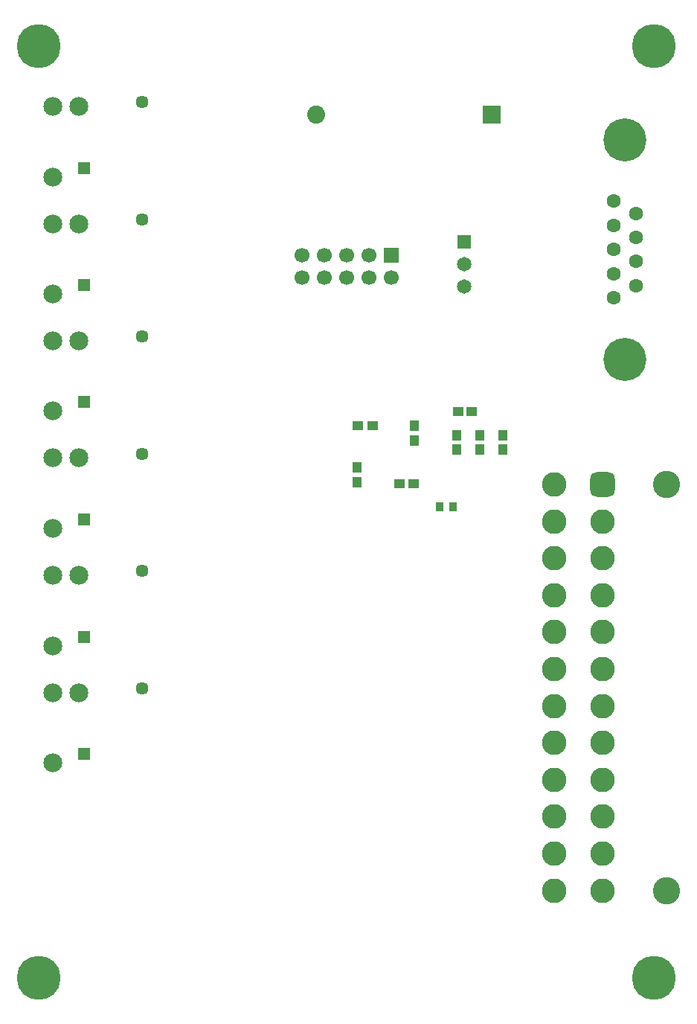
<source format=gbr>
%TF.GenerationSoftware,Altium Limited,Altium Designer,25.8.1 (18)*%
G04 Layer_Color=16711935*
%FSLAX45Y45*%
%MOMM*%
%TF.SameCoordinates,031978D1-9D18-463A-8735-F8186BF7E524*%
%TF.FilePolarity,Negative*%
%TF.FileFunction,Soldermask,Bot*%
%TF.Part,Single*%
G01*
G75*
%TA.AperFunction,SMDPad,CuDef*%
%ADD21R,1.15814X1.01213*%
%ADD30R,1.01213X1.15814*%
%ADD40R,1.30606X1.05822*%
%TA.AperFunction,ComponentPad*%
%ADD53C,1.45000*%
%ADD54C,2.15000*%
%ADD55R,1.45000X1.45000*%
%ADD63C,1.60000*%
%TA.AperFunction,ViaPad*%
%ADD69C,5.00000*%
%TA.AperFunction,SMDPad,CuDef*%
G04:AMPARAMS|DCode=82|XSize=0.9mm|YSize=1.1mm|CornerRadius=0.15mm|HoleSize=0mm|Usage=FLASHONLY|Rotation=180.000|XOffset=0mm|YOffset=0mm|HoleType=Round|Shape=RoundedRectangle|*
%AMROUNDEDRECTD82*
21,1,0.90000,0.80000,0,0,180.0*
21,1,0.60000,1.10000,0,0,180.0*
1,1,0.30000,-0.30000,0.40000*
1,1,0.30000,0.30000,0.40000*
1,1,0.30000,0.30000,-0.40000*
1,1,0.30000,-0.30000,-0.40000*
%
%ADD82ROUNDEDRECTD82*%
%TA.AperFunction,ComponentPad*%
%ADD101C,2.80000*%
G04:AMPARAMS|DCode=102|XSize=2.8mm|YSize=2.8mm|CornerRadius=0.725mm|HoleSize=0mm|Usage=FLASHONLY|Rotation=90.000|XOffset=0mm|YOffset=0mm|HoleType=Round|Shape=RoundedRectangle|*
%AMROUNDEDRECTD102*
21,1,2.80000,1.35000,0,0,90.0*
21,1,1.35000,2.80000,0,0,90.0*
1,1,1.45000,0.67500,0.67500*
1,1,1.45000,0.67500,-0.67500*
1,1,1.45000,-0.67500,-0.67500*
1,1,1.45000,-0.67500,0.67500*
%
%ADD102ROUNDEDRECTD102*%
%ADD103C,3.10000*%
%ADD104C,4.90000*%
%ADD105R,1.65000X1.65000*%
%ADD106C,2.05000*%
%ADD107C,1.70000*%
%ADD108C,1.65000*%
%ADD109R,1.70000X1.70000*%
%ADD110R,2.05000X2.05000*%
D21*
X4714606Y6191210D02*
D03*
X4409411Y6849405D02*
D03*
X4880004Y6191210D02*
D03*
X4244012Y6849405D02*
D03*
D30*
X5890047Y6577576D02*
D03*
X5370047Y6577578D02*
D03*
X5630046Y6577577D02*
D03*
X4890039Y6683078D02*
D03*
X4231845Y6371783D02*
D03*
X5630046Y6742976D02*
D03*
X5890047Y6742975D02*
D03*
X5370047Y6742977D02*
D03*
X4890039Y6848476D02*
D03*
X4231845Y6206384D02*
D03*
D40*
X5537600Y7007292D02*
D03*
X5382384D02*
D03*
D53*
X1791057Y5197385D02*
D03*
X1790039Y6531210D02*
D03*
X1790039Y10531210D02*
D03*
X1791039Y9196210D02*
D03*
X1791039Y7866850D02*
D03*
X1790039Y3862430D02*
D03*
D54*
X1071057Y5147385D02*
D03*
X771057Y4347385D02*
D03*
Y5147385D02*
D03*
X771039Y7016851D02*
D03*
X1070039Y6481211D02*
D03*
X770039D02*
D03*
Y5681211D02*
D03*
X770039Y9681210D02*
D03*
X1070039Y10481210D02*
D03*
X770039D02*
D03*
X771039Y8346210D02*
D03*
X1071039Y9146210D02*
D03*
X771039D02*
D03*
X771039Y7816851D02*
D03*
X1071040D02*
D03*
X770039Y3812430D02*
D03*
Y3012430D02*
D03*
X1070039Y3812430D02*
D03*
D55*
X1131057Y4447385D02*
D03*
X1130039Y3112430D02*
D03*
X1131039Y7116850D02*
D03*
X1131039Y8446210D02*
D03*
X1130039Y9781210D02*
D03*
X1130039Y5781210D02*
D03*
D63*
X7407039Y9265211D02*
D03*
Y8443210D02*
D03*
X7153039Y8854210D02*
D03*
Y9128210D02*
D03*
Y8306210D02*
D03*
Y9402211D02*
D03*
Y8580210D02*
D03*
X7407039Y8991210D02*
D03*
Y8717210D02*
D03*
D69*
X7610440Y11170401D02*
D03*
X7609744Y570408D02*
D03*
X610025Y11170340D02*
D03*
X609512Y569810D02*
D03*
D82*
X5326481Y5928797D02*
D03*
X5176481D02*
D03*
D101*
X6480039Y1561211D02*
D03*
X7030039Y2821212D02*
D03*
X6480039Y2821211D02*
D03*
Y1981211D02*
D03*
Y2401211D02*
D03*
Y3241211D02*
D03*
Y3661211D02*
D03*
Y4081211D02*
D03*
Y4501211D02*
D03*
Y4921211D02*
D03*
Y5341211D02*
D03*
Y5761211D02*
D03*
Y6181211D02*
D03*
X7030039Y4501211D02*
D03*
Y5761211D02*
D03*
Y5341211D02*
D03*
Y4921211D02*
D03*
Y4081211D02*
D03*
Y3661211D02*
D03*
Y3241211D02*
D03*
Y2401212D02*
D03*
Y1561212D02*
D03*
Y1981212D02*
D03*
D102*
Y6181211D02*
D03*
D103*
X7760039Y6181211D02*
D03*
Y1561210D02*
D03*
D104*
X7280039Y10103711D02*
D03*
Y7604710D02*
D03*
D105*
X5449961Y8942790D02*
D03*
D106*
X3770039Y10391210D02*
D03*
D107*
X4112539Y8785210D02*
D03*
Y8531210D02*
D03*
X4620539D02*
D03*
X4366539D02*
D03*
X3604539Y8785210D02*
D03*
X3858539D02*
D03*
X4366539D02*
D03*
X3604539Y8531210D02*
D03*
X3858539D02*
D03*
D108*
X5449961Y8688790D02*
D03*
Y8434790D02*
D03*
D109*
X4620539Y8785210D02*
D03*
D110*
X5770039Y10391210D02*
D03*
%TF.MD5,a538d9b96319fc68ccbe20cb5e60a0a6*%
M02*

</source>
